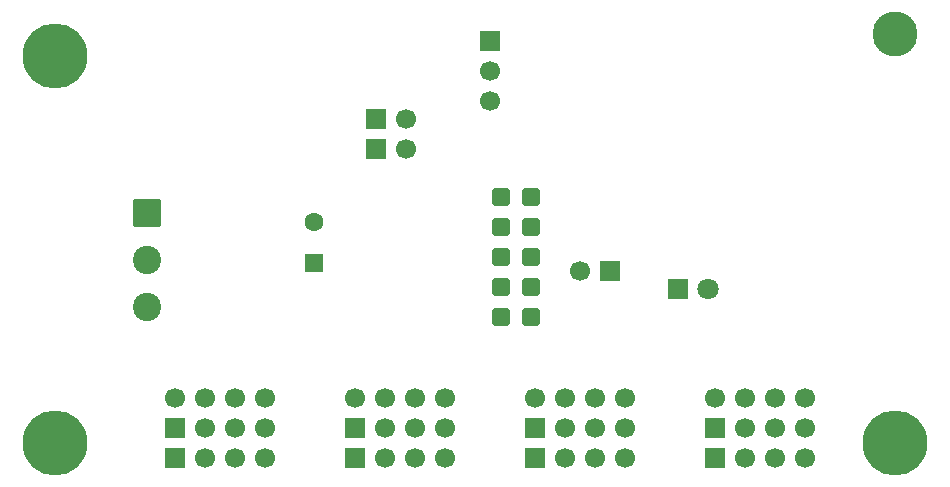
<source format=gbs>
G04 #@! TF.GenerationSoftware,KiCad,Pcbnew,9.0.6*
G04 #@! TF.CreationDate,2026-01-30T17:04:59+01:00*
G04 #@! TF.ProjectId,ESP32_PWM_PCB,45535033-325f-4505-974d-5f5043422e6b,1.0*
G04 #@! TF.SameCoordinates,Original*
G04 #@! TF.FileFunction,Soldermask,Bot*
G04 #@! TF.FilePolarity,Negative*
%FSLAX46Y46*%
G04 Gerber Fmt 4.6, Leading zero omitted, Abs format (unit mm)*
G04 Created by KiCad (PCBNEW 9.0.6) date 2026-01-30 17:04:59*
%MOMM*%
%LPD*%
G01*
G04 APERTURE LIST*
G04 Aperture macros list*
%AMRoundRect*
0 Rectangle with rounded corners*
0 $1 Rounding radius*
0 $2 $3 $4 $5 $6 $7 $8 $9 X,Y pos of 4 corners*
0 Add a 4 corners polygon primitive as box body*
4,1,4,$2,$3,$4,$5,$6,$7,$8,$9,$2,$3,0*
0 Add four circle primitives for the rounded corners*
1,1,$1+$1,$2,$3*
1,1,$1+$1,$4,$5*
1,1,$1+$1,$6,$7*
1,1,$1+$1,$8,$9*
0 Add four rect primitives between the rounded corners*
20,1,$1+$1,$2,$3,$4,$5,0*
20,1,$1+$1,$4,$5,$6,$7,0*
20,1,$1+$1,$6,$7,$8,$9,0*
20,1,$1+$1,$8,$9,$2,$3,0*%
G04 Aperture macros list end*
%ADD10R,1.800000X1.800000*%
%ADD11C,1.800000*%
%ADD12R,1.700000X1.700000*%
%ADD13C,1.700000*%
%ADD14C,2.600000*%
%ADD15C,3.800000*%
%ADD16RoundRect,0.236220X-0.513780X-0.513780X0.513780X-0.513780X0.513780X0.513780X-0.513780X0.513780X0*%
%ADD17RoundRect,0.250001X-0.949999X0.949999X-0.949999X-0.949999X0.949999X-0.949999X0.949999X0.949999X0*%
%ADD18C,2.400000*%
%ADD19RoundRect,0.250000X0.550000X-0.550000X0.550000X0.550000X-0.550000X0.550000X-0.550000X-0.550000X0*%
%ADD20C,1.600000*%
%ADD21C,3.600000*%
%ADD22C,5.500000*%
G04 APERTURE END LIST*
D10*
G04 #@! TO.C,D1*
X164820600Y-109626400D03*
D11*
X167360600Y-109626400D03*
G04 #@! TD*
D12*
G04 #@! TO.C,J2*
X122275600Y-121412000D03*
D13*
X122275600Y-118872000D03*
X124815600Y-121412000D03*
X124815600Y-118872000D03*
X127355600Y-121412000D03*
X127355600Y-118872000D03*
X129895600Y-121412000D03*
X129895600Y-118872000D03*
G04 #@! TD*
D14*
G04 #@! TO.C,REF\u002A\u002A*
X183210200Y-88036400D03*
D15*
X183210200Y-88036400D03*
G04 #@! TD*
D12*
G04 #@! TO.C,J9*
X167995600Y-123952000D03*
D13*
X170535600Y-123952000D03*
X173075600Y-123952000D03*
X175615600Y-123952000D03*
G04 #@! TD*
D12*
G04 #@! TO.C,J6*
X122275600Y-123952000D03*
D13*
X124815600Y-123952000D03*
X127355600Y-123952000D03*
X129895600Y-123952000D03*
G04 #@! TD*
D12*
G04 #@! TO.C,J8*
X152755600Y-123952000D03*
D13*
X155295600Y-123952000D03*
X157835600Y-123952000D03*
X160375600Y-123952000D03*
G04 #@! TD*
D12*
G04 #@! TO.C,JP3*
X139293600Y-97815400D03*
D13*
X141833600Y-97815400D03*
G04 #@! TD*
D16*
G04 #@! TO.C,J1*
X149825902Y-101886400D03*
X152365902Y-101886400D03*
X149825902Y-104426400D03*
X152365902Y-104426400D03*
X149825902Y-106966400D03*
X152365902Y-106966400D03*
X149825902Y-109506400D03*
X152365902Y-109506400D03*
X149825902Y-112046400D03*
X152365902Y-112046400D03*
G04 #@! TD*
D12*
G04 #@! TO.C,J10*
X148945600Y-88671400D03*
D13*
X148945600Y-91211400D03*
X148945600Y-93751400D03*
G04 #@! TD*
D12*
G04 #@! TO.C,J3*
X137515600Y-121412000D03*
D13*
X137515600Y-118872000D03*
X140055600Y-121412000D03*
X140055600Y-118872000D03*
X142595600Y-121412000D03*
X142595600Y-118872000D03*
X145135600Y-121412000D03*
X145135600Y-118872000D03*
G04 #@! TD*
D17*
G04 #@! TO.C,J11*
X119862600Y-103253400D03*
D18*
X119862600Y-107213400D03*
X119862600Y-111173400D03*
G04 #@! TD*
D19*
G04 #@! TO.C,C1*
X134010400Y-107467400D03*
D20*
X134010400Y-103967400D03*
G04 #@! TD*
D21*
G04 #@! TO.C,REF\u002A\u002A*
X112115600Y-89941400D03*
D22*
X112115600Y-89941400D03*
G04 #@! TD*
D21*
G04 #@! TO.C,REF\u002A\u002A*
X112115600Y-122682000D03*
D22*
X112115600Y-122682000D03*
G04 #@! TD*
D12*
G04 #@! TO.C,J7*
X137515600Y-123952000D03*
D13*
X140055600Y-123952000D03*
X142595600Y-123952000D03*
X145135600Y-123952000D03*
G04 #@! TD*
D21*
G04 #@! TO.C,REF\u002A\u002A*
X183235600Y-122682000D03*
D22*
X183235600Y-122682000D03*
G04 #@! TD*
D12*
G04 #@! TO.C,JP1*
X159110600Y-108102400D03*
D13*
X156570600Y-108102400D03*
G04 #@! TD*
D12*
G04 #@! TO.C,J5*
X167995600Y-121412000D03*
D13*
X167995600Y-118872000D03*
X170535600Y-121412000D03*
X170535600Y-118872000D03*
X173075600Y-121412000D03*
X173075600Y-118872000D03*
X175615600Y-121412000D03*
X175615600Y-118872000D03*
G04 #@! TD*
D12*
G04 #@! TO.C,J4*
X152755600Y-121412000D03*
D13*
X152755600Y-118872000D03*
X155295600Y-121412000D03*
X155295600Y-118872000D03*
X157835600Y-121412000D03*
X157835600Y-118872000D03*
X160375600Y-121412000D03*
X160375600Y-118872000D03*
G04 #@! TD*
D12*
G04 #@! TO.C,JP2*
X139293600Y-95275400D03*
D13*
X141833600Y-95275400D03*
G04 #@! TD*
M02*

</source>
